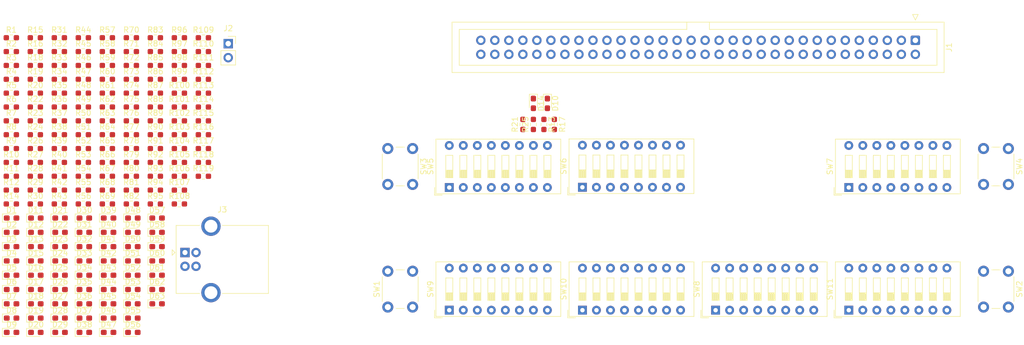
<source format=kicad_pcb>
(kicad_pcb (version 20221018) (generator pcbnew)
  (layers (0 "F.Cu" signal) (31 "B.Cu" signal) (34 "B.Paste" user) (35 "F.Paste" user) (36 "B.SilkS" user "B.Silkscreen") (37 "F.SilkS" user "F.Silkscreen") (38 "B.Mask" user) (39 "F.Mask" user) (44 "Edge.Cuts" user))
  (net 0 "")
  (net 1 "GND")
  (net 2 "Net-(D1-A)")
  (net 3 "Net-(D2-A)")
  (net 4 "Net-(D3-A)")
  (net 5 "+5V")
  (net 6 "/D6")
  (net 7 "/D7")
  (net 8 "/D4")
  (net 9 "/D5")
  (net 10 "/D2")
  (net 11 "/D3")
  (net 12 "/D0")
  (net 13 "/D1")
  (net 14 "/EQUAL_FLAG_A")
  (net 15 "/CARRY_FLAG_A")
  (net 16 "/FLAGS_B_UPDATE")
  (net 17 "/FLAGS_A_UPDATE")
  (net 18 "/EQUAL_FLAG_B")
  (net 19 "/CARRY_FLAG_B")
  (net 20 "/A_LOAD")
  (net 21 "/T_LOAD")
  (net 22 "/ALU_S2")
  (net 23 "/ALU_S3")
  (net 24 "/ALU_S0")
  (net 25 "/ALU_S1")
  (net 26 "/D_LOAD")
  (net 27 "/~{ALU_CIN}")
  (net 28 "/~{ADR_L_OUT}")
  (net 29 "/ALU_M")
  (net 30 "/CLK")
  (net 31 "/~{RESET}")
  (net 32 "/E_LOAD")
  (net 33 "/C_LOAD")
  (net 34 "/SP_L_LOAD")
  (net 35 "/PC_L_LOAD")
  (net 36 "/~{DE_OUT}")
  (net 37 "/B_LOAD")
  (net 38 "/~{BC_OUT}")
  (net 39 "/SP_H_LOAD")
  (net 40 "/~{ADR_H_OUT}")
  (net 41 "/~{A_OUT}")
  (net 42 "/~{T_OUT}")
  (net 43 "/~{ALU_OUT}")
  (net 44 "/~{PC_OUT}")
  (net 45 "/PC_H_LOAD")
  (net 46 "/~{SP_OUT}")
  (net 47 "/A14")
  (net 48 "/A13")
  (net 49 "/A12")
  (net 50 "/A15")
  (net 51 "/A4")
  (net 52 "/A5")
  (net 53 "/A6")
  (net 54 "/A7")
  (net 55 "/A0")
  (net 56 "/A8")
  (net 57 "/A1")
  (net 58 "/A9")
  (net 59 "/A2")
  (net 60 "/A10")
  (net 61 "/A3")
  (net 62 "/A11")
  (net 63 "Net-(D4-A)")
  (net 64 "Net-(D5-A)")
  (net 65 "Net-(D6-A)")
  (net 66 "Net-(D7-A)")
  (net 67 "Net-(D8-A)")
  (net 68 "Net-(D9-A)")
  (net 69 "Net-(D10-A)")
  (net 70 "Net-(D11-A)")
  (net 71 "Net-(D12-A)")
  (net 72 "Net-(D13-A)")
  (net 73 "Net-(D14-A)")
  (net 74 "Net-(D15-A)")
  (net 75 "Net-(D16-A)")
  (net 76 "Net-(D17-A)")
  (net 77 "Net-(D18-A)")
  (net 78 "Net-(D19-A)")
  (net 79 "Net-(D20-A)")
  (net 80 "Net-(D21-A)")
  (net 81 "Net-(D22-A)")
  (net 82 "Net-(D23-A)")
  (net 83 "Net-(D24-A)")
  (net 84 "Net-(D25-A)")
  (net 85 "Net-(D26-A)")
  (net 86 "Net-(D27-A)")
  (net 87 "Net-(D28-A)")
  (net 88 "Net-(D29-A)")
  (net 89 "Net-(D30-A)")
  (net 90 "Net-(D31-A)")
  (net 91 "Net-(D32-A)")
  (net 92 "Net-(D33-A)")
  (net 93 "Net-(D35-A)")
  (net 94 "Net-(D36-A)")
  (net 95 "Net-(D39-A)")
  (net 96 "Net-(D40-A)")
  (net 97 "Net-(D41-A)")
  (net 98 "/~{RAM_OUT}")
  (net 99 "/RAM_LOAD")
  (net 102 "/CONTROL_DISABLE")
  (net 105 "Net-(R11-Pad2)")
  (net 106 "Net-(D34-K)")
  (net 107 "Net-(D37-K)")
  (net 108 "Net-(D38-K)")
  (net 109 "Net-(D42-K)")
  (net 110 "Net-(D43-A)")
  (net 111 "Net-(D44-A)")
  (net 112 "Net-(D45-A)")
  (net 113 "Net-(D46-K)")
  (net 114 "Net-(D47-A)")
  (net 115 "Net-(D48-A)")
  (net 116 "Net-(D49-K)")
  (net 117 "Net-(D50-A)")
  (net 118 "Net-(D51-A)")
  (net 119 "Net-(D52-K)")
  (net 120 "Net-(D53-K)")
  (net 121 "Net-(D54-A)")
  (net 122 "Net-(D55-A)")
  (net 123 "Net-(D56-K)")
  (net 124 "Net-(D57-K)")
  (net 125 "Net-(D58-A)")
  (net 126 "Net-(D59-A)")
  (net 127 "Net-(D60-A)")
  (net 128 "Net-(D61-K)")
  (net 129 "Net-(D62-A)")
  (net 130 "Net-(D63-A)")
  (net 131 "Net-(R10-Pad2)")
  (footprint "LED_SMD:LED_0603_1608Metric_Pad1.05x0.95mm_HandSolder" (layer "F.Cu") (at 45 94.83)
    (fp_text reference "D38")
    (fp_text value "LED")
  )
  (footprint "LED_SMD:LED_0603_1608Metric_Pad1.05x0.95mm_HandSolder" (layer "F.Cu") (at 31.815 87.06)
    (fp_text reference "D6")
    (fp_text value "LED")
  )
  (footprint "Resistor_SMD:R_0603_1608Metric_Pad0.98x0.95mm_HandSolder" (layer "F.Cu") (at 66.57 66.54)
    (fp_text reference "R119")
    (fp_text value "1K")
  )
  (footprint "LED_SMD:LED_0603_1608Metric_Pad1.05x0.95mm_HandSolder" (layer "F.Cu") (at 31.815 84.47)
    (fp_text reference "D5")
    (fp_text value "LED")
  )
  (footprint "Resistor_SMD:R_0603_1608Metric_Pad0.98x0.95mm_HandSolder" (layer "F.Cu") (at 57.87 69.05)
    (fp_text reference "R94")
    (fp_text value "1K")
  )
  (footprint "Resistor_SMD:R_0603_1608Metric_Pad0.98x0.95mm_HandSolder" (layer "F.Cu") (at 62.22 59.01)
    (fp_text reference "R103")
    (fp_text value "1K")
  )
  (footprint "Resistor_SMD:R_0603_1608Metric_Pad0.98x0.95mm_HandSolder" (layer "F.Cu") (at 49.17 69.05)
    (fp_text reference "R68")
    (fp_text value "330R")
  )
  (footprint "Resistor_SMD:R_0603_1608Metric_Pad0.98x0.95mm_HandSolder" (layer "F.Cu") (at 62.22 64.03)
    (fp_text reference "R105")
    (fp_text value "330R")
  )
  (footprint "Resistor_SMD:R_0603_1608Metric_Pad0.98x0.95mm_HandSolder" (layer "F.Cu") (at 36.12 71.56)
    (fp_text reference "R30")
    (fp_text value "330R")
  )
  (footprint "Resistor_SMD:R_0603_1608Metric_Pad0.98x0.95mm_HandSolder" (layer "F.Cu") (at 49.17 61.52)
    (fp_text reference "R65")
    (fp_text value "1K")
  )
  (footprint "LED_SMD:LED_0603_1608Metric_Pad1.05x0.95mm_HandSolder" (layer "F.Cu") (at 36.21 87.06)
    (fp_text reference "D17")
    (fp_text value "LED")
  )
  (footprint "Resistor_SMD:R_0603_1608Metric_Pad0.98x0.95mm_HandSolder" (layer "F.Cu") (at 36.12 61.52)
    (fp_text reference "R26")
    (fp_text value "330R")
  )
  (footprint "Resistor_SMD:R_0603_1608Metric_Pad0.98x0.95mm_HandSolder" (layer "F.Cu") (at 62.22 56.5)
    (fp_text reference "R102")
    (fp_text value "1K")
  )
  (footprint "Resistor_SMD:R_0603_1608Metric_Pad0.98x0.95mm_HandSolder" (layer "F.Cu") (at 66.57 53.99)
    (fp_text reference "R114")
    (fp_text value "330R")
  )
  (footprint "Button_Switch_THT:SW_DIP_SPSTx08_Slide_9.78x22.5mm_W7.62mm_P2.54mm" (layer "F.Cu") (at 111.125 90.805 90)
    (fp_text reference "SW9")
    (fp_text value "SW_DIP_x08")
  )
  (footprint "Resistor_SMD:R_0603_1608Metric_Pad0.98x0.95mm_HandSolder" (layer "F.Cu") (at 44.82 71.56)
    (fp_text reference "R56")
    (fp_text value "330R")
  )
  (footprint "Resistor_SMD:R_0603_1608Metric_Pad0.98x0.95mm_HandSolder" (layer "F.Cu") (at 66.57 56.5)
    (fp_text reference "R115")
    (fp_text value "330R")
  )
  (footprint "Resistor_SMD:R_0603_1608Metric_Pad0.98x0.95mm_HandSolder" (layer "F.Cu") (at 49.17 51.48)
    (fp_text reference "R61")
    (fp_text value "330R")
  )
  (footprint "Resistor_SMD:R_0603_1608Metric_Pad0.98x0.95mm_HandSolder" (layer "F.Cu") (at 66.57 41.44)
    (fp_text reference "R109")
    (fp_text value "1K")
  )
  (footprint "LED_SMD:LED_0603_1608Metric_Pad1.05x0.95mm_HandSolder" (layer "F.Cu") (at 36.21 74.11)
    (fp_text reference "D11")
    (fp_text value "LED")
  )
  (footprint "LED_SMD:LED_0603_1608Metric_Pad1.05x0.95mm_HandSolder" (layer "F.Cu") (at 40.605 76.7)
    (fp_text reference "D22")
    (fp_text value "LED")
  )
  (footprint "LED_SMD:LED_0603_1608Metric_Pad1.05x0.95mm_HandSolder" (layer "F.Cu") (at 49.395 81.88)
    (fp_text reference "D42")
    (fp_text value "LED")
  )
  (footprint "LED_SMD:LED_0603_1608Metric_Pad1.05x0.95mm_HandSolder" (layer "F.Cu") (at 31.815 81.88)
    (fp_text reference "D4")
    (fp_text value "LED")
  )
  (footprint "LED_SMD:LED_0603_1608Metric_Pad1.05x0.95mm_HandSolder" (layer "F.Cu") (at 49.395 76.7)
    (fp_text reference "D40")
    (fp_text value "LED")
  )
  (footprint "Resistor_SMD:R_0603_1608Metric_Pad0.98x0.95mm_HandSolder" (layer "F.Cu") (at 49.17 43.95)
    (fp_text reference "R58")
    (fp_text value "1K")
  )
  (footprint "Button_Switch_THT:SW_DIP_SPSTx08_Slide_9.78x22.5mm_W7.62mm_P2.54mm" (layer "F.Cu") (at 183.515 90.805 90)
    (fp_text reference "SW11")
    (fp_text value "SW_DIP_x08")
  )
  (footprint "Button_Switch_THT:SW_DIP_SPSTx08_Slide_9.78x22.5mm_W7.62mm_P2.54mm" (layer "F.Cu") (at 159.385 90.805 90)
    (fp_text reference "SW8")
    (fp_text value "SW_DIP_x08")
  )
  (footprint "LED_SMD:LED_0603_1608Metric_Pad1.05x0.95mm_HandSolder" (layer "F.Cu") (at 36.21 84.47)
    (fp_text reference "D16")
    (fp_text value "LED")
  )
  (footprint "Resistor_SMD:R_0603_1608Metric_Pad0.98x0.95mm_HandSolder" (layer "F.Cu") (at 53.52 43.95)
    (fp_text reference "R71")
    (fp_text value "330R")
  )
  (footprint "Resistor_SMD:R_0603_1608Metric_Pad0.98x0.95mm_HandSolder" (layer "F.Cu") (at 66.57 51.48)
    (fp_text reference "R113")
    (fp_text value "330R")
  )
  (footprint "Resistor_SMD:R_0603_1608Metric_Pad0.98x0.95mm_HandSolder" (layer "F.Cu") (at 62.22 53.99)
    (fp_text reference "R101")
    (fp_text value "1K")
  )
  (footprint "Resistor_SMD:R_0603_1608Metric_Pad0.98x0.95mm_HandSolder" (layer "F.Cu") (at 31.77 56.5)
    (fp_text reference "R7")
    (fp_text value "330R")
  )
  (footprint "LED_SMD:LED_0603_1608Metric_Pad1.05x0.95mm_HandSolder" (layer "F.Cu") (at 36.21 81.88)
    (fp_text reference "D15")
    (fp_text value "LED")
  )
  (footprint "LED_SMD:LED_0603_1608Metric_Pad1.05x0.95mm_HandSolder" (layer "F.Cu") (at 40.605 79.29)
    (fp_text reference "D23")
    (fp_text value "LED")
  )
  (footprint "Button_Switch_THT:SW_PUSH_6mm" (layer "F.Cu") (at 212.435 83.745 -90)
    (fp_text reference "SW2")
    (fp_text value "SW_Push")
  )
  (footprint "LED_SMD:LED_0603_1608Metric_Pad1.05x0.95mm_HandSolder" (layer "F.Cu") (at 45 92.24)
    (fp_text reference "D37")
    (fp_text value "LED")
  )
  (footprint "LED_SMD:LED_0603_1608Metric_Pad1.05x0.95mm_HandSolder" (layer "F.Cu") (at 49.395 94.83)
    (fp_text reference "D47")
    (fp_text value "LED")
  )
  (footprint "Resistor_SMD:R_0603_1608Metric_Pad0.98x0.95mm_HandSolder" (layer "F.Cu") (at 57.87 61.52)
    (fp_text reference "R91")
    (fp_text value "330R")
  )
  (footprint "Resistor_SMD:R_0603_1608Metric_Pad0.98x0.95mm_HandSolder" (layer "F.Cu") (at 40.47 51.48)
    (fp_text reference "R35")
    (fp_text value "1K")
  )
  (footprint "Resistor_SMD:R_0603_1608Metric_Pad0.98x0.95mm_HandSolder" (layer "F.Cu") (at 40.47 53.99)
    (fp_text reference "R36")
    (fp_text value "330R")
  )
  (footprint "Resistor_SMD:R_0603_1608Metric_Pad0.98x0.95mm_HandSolder" (layer "F.Cu") (at 62.22 51.48)
    (fp_text reference "R100")
    (fp_text value "1K")
  )
  (footprint "Resistor_SMD:R_0603_1608Metric_Pad0.98x0.95mm_HandSolder" (layer "F.Cu") (at 31.77 41.44)
    (fp_text reference "R1")
    (fp_text value "330R")
  )
  (footprint "Resistor_SMD:R_0603_1608Metric_Pad0.98x0.95mm_HandSolder" (layer "F.Cu") (at 66.57 48.97)
    (fp_text reference "R112")
    (fp_text value "330R")
  )
  (footprint "Resistor_SMD:R_0603_1608Metric_Pad0.98x0.95mm_HandSolder" (layer "F.Cu") (at 53.52 56.5)
    (fp_text reference "R76")
    (fp_text value "330R")
  )
  (footprint "Resistor_SMD:R_0603_1608Metric_Pad0.98x0.95mm_HandSolder" (layer "F.Cu") (at 44.82 53.99)
    (fp_text reference "R49")
    (fp_text value "330R")
  )
  (footprint "LED_SMD:LED_0603_1608Metric_Pad1.05x0.95mm_HandSolder" (layer "F.Cu") (at 31.815 89.65)
    (fp_text reference "D7")
    (fp_text value "LED")
  )
  (footprint "LED_SMD:LED_0603_1608Metric_Pad1.05x0.95mm_HandSolder" (layer "F.Cu") (at 53.79 89.65)
    (fp_text reference "D54")
    (fp_text value "LED")
  )
  (footprint "LED_SMD:LED_0603_1608Metric_Pad1.05x0.95mm_HandSolder" (layer "F.Cu") (at 58.185 84.47)
    (fp_text reference "D61")
    (fp_text value "LED")
  )
  (footprint "Resistor_SMD:R_0603_1608Metric_Pad0.98x0.95mm_HandSolder" (layer "F.Cu") (at 40.47 71.56)
    (fp_text reference "R43")
    (fp_text value "330R")
  )
  (footprint "Resistor_SMD:R_0603_1608Metric_Pad0.98x0.95mm_HandSolder" (layer "F.Cu") (at 49.17 46.46)
    (fp_text reference "R59")
    (fp_text value "1K")
  )
  (footprint "Resistor_SMD:R_0603_1608Metric_Pad0.98x0.95mm_HandSolder" (layer "F.Cu") (at 31.77 43.95)
    (fp_text reference "R2")
    (fp_text value "330R")
  )
  (footprint "Resistor_SMD:R_0603_1608Metric_Pad0.98x0.95mm_HandSolder" (layer "F.Cu") (at 44.82 46.46)
    (fp_text reference "R46")
    (fp_text value "1K")
  )
  (footprint "Resistor_SMD:R_0603_1608Metric_Pad0.98x0.95mm_HandSolder" (layer "F.Cu") (at 40.47 69.05)
    (fp_text reference "R42")
    (fp_text value "330R")
  )
  (footprint "Resistor_SMD:R_0603_1608Metric_Pad0.98x0.95mm_HandSolder" (layer "F.Cu") (at 31.77 59.01)
    (fp_text reference "R8")
    (fp_text value "1K")
  )
  (footprint "Button_Switch_THT:SW_PUSH_6mm" (layer "F.Cu") (at 104.485 61.52 -90)
    (fp_text reference "SW3")
    (fp_text value "SW_Push")
  )
  (footprint "LED_SMD:LED_0603_1608Metric_Pad1.05x0.95mm_HandSolder" (layer "F.Cu") (at 45 81.88)
    (fp_text reference "D33")
    (fp_text value "LED")
  )
  (footprint "Resistor_SMD:R_0603_1608Metric_Pad0.98x0.95mm_HandSolder" (layer "F.Cu") (at 62.22 69.05)
    (fp_text reference "R107")
    (fp_text value "330R")
  )
  (footprint "LED_SMD:LED_0603_1608Metric_Pad1.05x0.95mm_HandSolder" (layer "F.Cu") (at 45 79.29)
    (fp_text reference "D32")
    (fp_text value "LED")
  )
  (footprint "LED_SMD:LED_0603_1608Metric_Pad1.05x0.95mm_HandSolder" (layer "F.Cu") (at 36.21 89.65)
    (fp_text reference "D18")
    (fp_text value "LED")
  )
  (footprint "Resistor_SMD:R_0603_1608Metric_Pad0.98x0.95mm_HandSolder" (layer "F.Cu") (at 53.52 61.52)
    (fp_text reference "R78")
    (fp_text value "330R")
  )
  (footprint "Resistor_SMD:R_0603_1608Metric_Pad0.98x0.95mm_HandSolder" (layer "F.Cu") (at 57.87 56.5)
    (fp_text reference "R89")
    (fp_text value "1K")
  )
  (footprint "LED_SMD:LED_0603_1608Metric_Pad1.05x0.95mm_HandSolder" (layer "F.Cu") (at 126.365 53.34 -90)
    (fp_text reference "D14")
    (fp_text value "LED")
  )
  (footprint "LED_SMD:LED_0603_1608Metric_Pad1.05x0.95mm_HandSolder" (layer "F.Cu") (at 45 74.11)
    (fp_text reference "D30")
    (fp_text value "LED")
  )
  (footprint "LED_SMD:LED_0603_1608Metric_Pad1.05x0.95mm_HandSolder" (layer "F.Cu") (at 53.79 74.11)
    (fp_text reference "D48")
    (fp_text value "LED")
  )
  (footprint "Resistor_SMD:R_0603_1608Metric_Pad0.98x0.95mm_HandSolder" (layer "F.Cu") (at 44.82 56.5)
    (fp_text reference "R50")
    (fp_text value "330R")
  )
  (footprint "Resistor_SMD:R_0603_1608Metric_Pad0.98x0.95mm_HandSolder" (layer "F.Cu") (at 44.82 51.48)
    (fp_text reference "R48")
    (fp_text value "330R")
  )
  (footprint "LED_SMD:LED_0603_1608Metric_Pad1.05x0.95mm_HandSolder" (layer "F.Cu") (at 40.605 87.06)
    (fp_text reference "D26")
    (fp_text value "LED")
  )
  (footprint "Resistor_SMD:R_0603_1608Metric_Pad0.98x0.95mm_HandSolder" (layer "F.Cu") (at 126.365 57.15 90)
    (fp_text reference "R25")
    (fp_text value "330R")
  )
  (footprint "Resistor_SMD:R_0603_1608Metric_Pad0.98x0.95mm_HandSolder" (layer "F.Cu") (at 49.17 41.44)
    (fp_text reference "R57")
    (fp_text value "1K")
  )
  (footprint "LED_SMD:LED_0603_1608Metric_Pad1.05x0.95mm_HandSolder" (layer "F.Cu") (at 36.21 79.29)
    (fp_text reference "D13")
    (fp_text value "LED")
  )
  (footprint "Resistor_SMD:R_0603_1608Metric_Pad0.98x0.95mm_HandSolder" (layer "F.Cu") (at 31.77 51.48)
    (fp_text reference "R5")
    (fp_text value "330R")
  )
  (footprint "Resistor_SMD:R_0603_1608Metric_Pad0.98x0.95mm_HandSolder" (layer "F.Cu") (at 62.22 43.95)
    (fp_text reference "R97")
    (fp_text value "330R")
  )
  (footprint "Resistor_SMD:R_0603_1608Metric_Pad0.98x0.95mm_HandSolder" (layer "F.Cu") (at 53.52 69.05)
    (fp_text reference "R81")
    (fp_text value "1K")
  )
  (footprint "LED_SMD:LED_0603_1608Metric_Pad1.05x0.95mm_HandSolder" (layer "F.Cu") (at 40.605 74.11)
    (fp_text reference "D21")
    (fp_text value "LED")
  )
  (footprint "LED_SMD:LED_0603_1608Metric_Pad1.05x0.95mm_HandSolder" (layer "F.Cu") (at 49.395 87.06)
    (fp_text reference "D44")
    (fp_text value "LED")
  )
  (footprint "Resistor_SMD:R_0603_1608Metric_Pad0.98x0.95mm_HandSolder" (layer "F.Cu") (at 36.12 69.05)
    (fp_text reference "R29")
    (fp_text value "1K")
  )
  (footprint "LED_SMD:LED_0603_1608Metric_Pad1.05x0.95mm_HandSolder" (layer "F.Cu") (at 58.185 87.06)
    (fp_text reference "D62")
    (fp_text value "LED")
  )
  (footprint "Resistor_SMD:R_0603_1608Metric_Pad0.98x0.95mm_HandSolder" (layer "F.Cu") (at 31.77 61.52)
    (fp_text reference "R9")
    (fp_text value "330R")
  )
  (footprint "Resistor_SMD:R_0603_1608Metric_Pad0.98x0.95mm_HandSolder" (layer "F.Cu") (at 36.12 48.97)
    (fp_text reference "R19")
    (fp_text value "330R")
  )
  (footprint "Resistor_SMD:R_0603_1608Metric_Pad0.98x0.95mm_HandSolder" (layer "F.Cu") (at 128.27 57.15 -90)
    (fp_text reference "R13")
    (fp_text value "330R")
  )
  (footprint "Resistor_SMD:R_0603_1608Metric_Pad0.98x0.95mm_HandSolder" (layer "F.Cu") (at 62.22 46.46)
    (fp_text reference "R98")
    (fp_text value "330R")
  )
  (footprint "Resistor_SMD:R_0603_1608Metric_Pad0.98x0.95mm_HandSolder" (layer "F.Cu") (at 36.12 64.03)
    (fp_text reference "R27")
    (fp_text value "1K")
  )
  (footprint "Resistor_SMD:R_0603_1608Metric_Pad0.98x0.95mm_HandSolder" (layer "F.Cu") (at 40.47 64.03)
    (fp_text reference "R40")
    (fp_text value "1K")
  )
  (footprint "Button_Switch_THT:SW_PUSH_6mm" (layer "F.Cu") (at 99.985 90.245 90)
    (fp_text reference "SW1")
    (fp_text value "SW_Push")
  )
  (footprint "Resistor_SMD:R_0603_1608Metric_Pad0.98x0.95mm_HandSolder" (layer "F.Cu") (at 40.47 59.01)
    (fp_text reference "R38")
    (fp_text value "330R")
  )
  (footprint "Resistor_SMD:R_0603_1608Metric_Pad0.98x0.95mm_HandSolder" (layer "F.Cu") (at 57.87 46.46)
    (fp_text reference "R85")
    (fp_text value "330R")
  )
  (footprint "LED_SMD:LED_0603_1608Metric_Pad1.05x0.95mm_HandSolder" (layer "F.Cu") (at 40.605 89.65)
    (fp_text reference "D27")
    (fp_text value "LED")
  )
  (footprint "LED_SMD:LED_0603_1608Metric_Pad1.05x0.95mm_HandSolder" (layer "F.Cu") (at 36.21 94.83)
    (fp_text reference "D20")
    (fp_text value "LED")
  )
  (footprint "Resistor_SMD:R_0603_1608Metric_Pad0.98x0.95mm_HandSolder" (layer "F.Cu") (at 31.77 69.05)
    (fp_text reference "R12")
    (fp_text value "330R")
  )
  (footprint "LED_SMD:LED_0603_1608Metric_Pad1.05x0.95mm_HandSolder" (layer "F.Cu") (at 31.815 79.29)
    (fp_text reference "D3")
    (fp_text value "LED")
  )
  (footprint "Resistor_SMD:R_0603_1608Metric_Pad0.98x0.95mm_HandSolder" (layer "F.Cu") (at 31.77 64.03)
    (fp_text reference "R10")
    (fp_text value "330R")
  )
  (footprint "Button_Switch_THT:SW_DIP_SPSTx08_Slide_9.78x22.5mm_W7.62mm_P2.54mm" (layer "F.Cu") (at 135.245 68.5375 90)
    (fp_text reference "SW6")
    (fp_text value "SW_DIP_x08")
  )
  (footprint "Resistor_SMD:R_0603_1608Metric_Pad0.98x0.95mm_HandSolder" (layer "F.Cu") (at 57.87 51.48)
    (fp_text reference "R87")
    (fp_text value "1K")
  )
  (footprint "Resistor_SMD:R_0603_1608Metric_Pad0.98x0.95mm_HandSolder" (layer "F.Cu") (at 62.22 66.54)
    (fp_text reference "R106")
    (fp_text value "330R")
  )
  (footprint "Resistor_SMD:R_0603_1608Metric_Pad0.98x0.95mm_HandSolder" (layer "F.Cu") (at 44.82 66.54)
    (fp_text reference "R54")
    (fp_text value "330R")
  )
  (footprint "Resistor_SMD:R_0603_1608Metric_Pad0.98x0.95mm_HandSolder" (layer "F.Cu") (at 44.82 59.01)
    (fp_text reference "R51")
    (fp_text value "1K")
  )
  (footprint "Connector_IDC:IDC-Header_2x32_P2.54mm_Vertical" (layer "F.Cu") (at 195.58 41.91 -90)
    (fp_text reference "J1")
    (fp_text value "Conn_02x32_Odd_Even")
  )
  (footprint "LED_SMD:LED_0603_1608Metric_Pad1.05x0.95mm_HandSolder" (layer "F.Cu") (at 49.395 74.11)
    (fp_text reference "D39")
    (fp_text value "LED")
  )
  (footprint "LED_SMD:LED_0603_1608Metric_Pad1.05x0.95mm_HandSolder" (layer "F.Cu") (at 31.815 92.24)
    (fp_text reference "D8")
    (fp_text value "LED")
  )
  (footprint "Resistor_SMD:R_0603_1608Metric_Pad0.98x0.95mm_HandSolder" (layer "F.Cu") (at 66.57 64.03)
    (fp_text reference "R118")
    (fp_text value "1K")
  )
  (footprint "Resistor_SMD:R_0603_1608Metric_Pad0.98x0.95mm_HandSolder" (layer "F.Cu") (at 53.52 53.99)
    (fp_text reference "R75")
    (fp_text value "1K")
  )
  (footprint "LED_SMD:LED_0603_1608Metric_Pad1.05x0.95mm_HandSolder" (layer "F.Cu") (at 58.185 89.65)
    (fp_text reference "D63")
    (fp_text value "LED")
  )
  (footprint "Button_Switch_THT:SW_DIP_SPSTx08_Slide_9.78x22.5mm_W7.62mm_P2.54mm" (layer "F.Cu") (at 135.255 90.805 90)
    (fp_text reference "SW10")
    (fp_text value "SW_DIP_x08")
  )
  (footprint "Resistor_SMD:R_0603_1608Metric_Pad0.98x0.95mm_HandSolder" (layer "F.Cu") (at 40.47 41.44)
    (fp_text reference "R31")
    (fp_text value "330R")
  )
  (footprint "Button_Switch_THT:SW_DIP_SPSTx08_Slide_9.78x22.5mm_W7.62mm_P2.54mm" (layer "F.Cu") (at 111.125 68.58 90)
    (fp_text reference "SW5")
    (fp_text value "SW_DIP_x08")
  )
  (footprint "Resistor_SMD:R_0603_1608Metric_Pad0.98x0.95mm_HandSolder" (layer "F.Cu") (at 57.87 64.03)
    (fp_text reference "R92")
    (fp_text value "330R")
  )
  (footprint "Resistor_SMD:R_0603_1608Metric_Pad0.98x0.95mm_HandSolder" (layer "F.Cu") (at 31.77 66.54)
    (fp_text reference "R11")
    (fp_text value "330R")
  )
  (footprint "Resistor_SMD:R_0603_1608Metric_Pad0.98x0.95mm_HandSolder" (layer "F.Cu") (at 40.47 43.95)
    (fp_text reference "R32")
    (fp_text value "330R")
  )
  (footprint "LED_SMD:LED_0603_1608Metric_Pad1.05x0.95mm_HandSolder" (layer "F.Cu") (at 45 87.06)
    (fp_text reference "D35")
    (fp_text value "LED")
  )
  (footprint "Resistor_SMD:R_0603_1608Metric_Pad0.98x0.95mm_HandSolder" (layer "F.Cu") (at 36.12 53.99)
    (fp_text reference "R22")
    (fp_text value "1K")
  )
  (footprint "LED_SMD:LED_0603_1608Metric_Pad1.05x0.95mm_HandSolder" (layer "F.Cu") (at 40.605 92.24)
    (fp_text reference "D28")
    (fp_text value "LED")
  )
  (footprint "LED_SMD:LED_0603_1608Metric_Pad1.05x0.95mm_HandSolder" (layer "F.Cu") (at 128.905 53.34 -90)
    (fp_text reference "D10")
    (fp_text value "LED")
  )
  (footprint "LED_SMD:LED_0603_1608Metric_Pad1.05x0.95mm_HandSolder" (layer "F.Cu") (at 58.185 76.7)
    (fp_text reference "D58")
    (fp_text value "LED")
  )
  (footprint "Resistor_SMD:R_0603_1608Metric_Pad0.98x0.95mm_HandSolder" (layer "F.Cu") (at 31.77 48.97)
    (fp_text reference "R4")
    (fp_text value "330R")
  )
  (footprint "LED_SMD:LED_0603_1608Metric_Pad1.05x0.95mm_HandSolder" (layer "F.Cu") (at 31.815 76.7)
    (fp_text reference "D2")
    (fp_text value "LED")
  )
  (footprint "Resistor_SMD:R_0603_1608Metric_Pad0.98x0.95mm_HandSolder" (layer "F.Cu") (at 53.52 48.97)
    (fp_text reference "R73")
    (fp_text value "1K")
  )
  (footprint "LED_SMD:LED_0603_1608Metric_Pad1.05x0.95mm_HandSolder" (layer "F.Cu") (at 53.79 92.24)
    (fp_text reference "D55")
    (fp_text value "LED")
  )
  (footprint "Resistor_SMD:R_0603_1608Metric_Pad0.98x0.95mm_HandSolder" (layer "F.Cu") (at 49.17 48.97)
    (fp_text reference "R60")
    (fp_text value "330R")
  )
  (footprint "LED_SMD:LED_0603_1608Metric_Pad1.05x0.95mm_HandSolder" (layer "F.Cu") (at 53.79 79.29)
    (fp_text reference "D50")
    (fp_text value "LED")
  )
  (footprint "Resistor_SMD:R_0603_1608Metric_Pad0.98x0.95mm_HandSolder" (layer "F.Cu") (at 36.12 43.95)
    (fp_text reference "R16")
    (fp_text value "1K")
  )
  (footprint "Resistor_SMD:R_0603_1608Metric_Pad0.98x0.95mm_HandSolder" (layer "F.Cu") (at 62.22 48.97)
    (fp_text reference "R99")
    (fp_text value "330R")
  )
  (footprint "LED_SMD:LED_0603_1608Metric_Pad1.05x0.95mm_HandSolder" (layer "F.Cu") (at 49.395 84.47)
    (fp_text reference "D43")
    (fp_text value "LED")
  )
  (footprint "Resistor_SMD:R_0603_1608Metric_Pad0.98x0.95mm_HandSolder" (layer "F.Cu") (at 62.22 41.44)
    (fp_text reference "R96")
    (fp_text value "330R")
  )
  (footprint "Resistor_SMD:R_0603_1608Metric_Pad0.98x0.95mm_HandSolder" (layer "F.Cu") (at 40.47 48.97)
    (fp_text reference "R34")
    (fp_text value "1K")
  )
  (footprint "Resistor_SMD:R_0603_1608Metric_Pad0.98x0.95mm_HandSolder" (layer "F.Cu") (at 49.17 56.5)
    (fp_text reference "R63")
    (fp_text value "330R")
  )
  (footprint "LED_SMD:LED_0603_1608Metric_Pad1.05x0.95mm_HandSolder" (layer "F.Cu") (at 36.21 92.24)
    (fp_text reference "D19")
    (fp_text value "LED")
  )
  (footprint "LED_SMD:LED_0603_1608Metric_Pad1.05x0.95mm_HandSolder" (layer "F.Cu") (at 53.79 84.47)
    (fp_text reference "D52")
    (fp_text value "LED")
  )
  (footprint "Resistor_SMD:R_0603_1608Metric_Pad0.98x0.95mm_HandSolder" (layer "F.Cu") (at 31.77 71.56)
    (fp_text reference "R14")
    (fp_text value "330R")
  )
  (footprint "LED_SMD:LED_0603_1608Metric_Pad1.05x0.95mm_HandSolder" (layer "F.Cu") (at 53.79 76.7)
    (fp_text reference "D49")
    (fp_text value "LED")
  )
  (footprint "Resistor_SMD:R_0603_1608Metric_Pad0.98x0.95mm_HandSolder" (layer "F.Cu") (at 57.87 48.97)
    (fp_text reference "R86")
    (fp_text value "330R")
  )
  (footprint "Resistor_SMD:R_0603_1608Metric_Pad0.98x0.95mm_HandSolder" (layer "F.Cu") (at 40.47 56.5)
    (fp_text reference "R37")
    (fp_text value "330R")
  )
  (footprint "Resistor_SMD:R_0603_1608Metric_Pad0.98x0.95mm_HandSolder" (layer "F.Cu") (at 62.22 61.52)
    (fp_text reference "R104")
    (fp_text value "330R")
  )
  (footprint "Resistor_SMD:R_0603_1608Metric_Pad0.98x0.95mm_HandSolder" (layer "F.Cu") (at 53.52 66.54)
    (fp_text reference "R80")
    (fp_text value "1K")
  )
  (footprint "Resistor_SMD:R_0603_1608Metric_Pad0.98x0.95mm_HandSolder" (layer "F.Cu") (at 40.47 46.46)
    (fp_text reference "R33")
    (fp_text value "1K")
  )
  (footprint "Resistor_SMD:R_0603_1608Metric_Pad0.98x0.95mm_HandSolder" (layer "F.Cu") (at 36.12 56.5)
    (fp_text reference "R23")
    (fp_text value "1K")
  )
  (footprint "Resistor_SMD:R_0603_1608Metric_Pad0.98x0.95mm_HandSolder" (layer "F.Cu") (at 66.57 46.46)
    (fp_text reference "R111")
    (fp_text value "1K")
  )
  (footprint "LED_SMD:LED_0603_1608Metric_Pad1.05x0.95mm_HandSolder" (layer "F.Cu") (at 58.185 79.29)
    (fp_text reference "D59")
    (fp_text value "LED")
  )
  (footprint "Connector_USB:USB_B_OST_USB-B1HSxx_Horizontal" (layer "F.Cu") (at 63.235 80.36)
    (fp_text reference "J3")
    (fp_text value "USB_B")
  )
  (footprint "Resistor_SMD:R_0603_1608Metric_Pad0.98x0.95mm_HandSolder" (layer "F.Cu") (at 53.52 51.48)
    (fp_text reference "R74")
    (fp_text value "1K")
  )
  (footprint "Resistor_SMD:R_0603_1608Metric_Pad0.98x0.95mm_HandSolder" (layer "F.Cu") (at 66.57 43.95)
    (fp_text reference "R110")
    (fp_text value "1K")
  )
  (footprint "LED_SMD:LED_0603_1608Metric_Pad1.05x0.95mm_HandSolder" (layer "F.Cu") (at 40.605 84.47)
    (fp_text reference "D25")
    (fp_text value "LED")
  )
  (footprint "LED_SMD:LED_0603_1608Metric_Pad1.05x0.95mm_HandSolder" (layer "F.Cu") (at 36.21 76.7)
    (fp_text reference "D12")
    (fp_text value "LED")
  )
  (footprint "Resistor_SMD:R_0603_1608Metric_Pad0.98x0.95mm_HandSolder" (layer "F.Cu") (at 44.82 61.52)
    (fp_text reference "R52")
    (fp_text value "1K")
  )
  (footprint "Resistor_SMD:R_0603_1608Metric_Pad0.98x0.95mm_HandSolder" (layer "F.Cu") (at 66.57 59.01)
    (fp_text reference "R116")
    (fp_text value "1K")
  )
  (footprint "LED_SMD:LED_0603_1608Metric_Pad1.05x0.95mm_HandSolder" (layer "F.Cu") (at 58.185 74.11)
    (fp_text reference "D57")
    (fp_text value "LED")
  )
  (footprint "Resistor_SMD:R_0603_1608Metric_Pad0.98x0.95mm_HandSolder" (layer "F.Cu") (at 44.82 41.44)
    (fp_text reference "R44")
    (fp_text value "330R")
  )
  (footprint "LED_SMD:LED_0603_1608Metric_Pad1.05x0.95mm_HandSolder" (layer "F.Cu") (at 45 89.65)
    (fp_text reference "D36")
    (fp_text value "LED")
  )
  (footprint "Button_Switch_THT:SW_PUSH_6mm" (layer "F.Cu") (at 212.435 61.52 -90)
    (fp_text reference "SW4")
    (fp_text value "SW_Push")
  )
  (footprint "Resistor_SMD:R_0603_1608Metric_Pad0.98x0.95mm_HandSolder" (layer "F.Cu") (at 31.77 46.46)
    (fp_text reference "R3")
    (fp_text value "1K")
  )
  (footprint "Resistor_SMD:R_0603_1608Metric_Pad0.98x0.95mm_HandSolder" (layer "F.Cu") (at 44.82 48.97)
    (fp_text reference "R47")
    (fp_text value "1K")
  )
  (footprint "LED_SMD:LED_0603_1608Metric_Pad1.05x0.95mm_HandSolder" (layer "F.Cu") (at 45 84.47)
    (fp_text reference "D34")
    (fp_text value "LED")
  )
  (footprint "Resistor_SMD:R_0603_1608Metric_Pad0.98x0.95mm_HandSolder" (layer "F.Cu") (at 53.52 71.56)
    (fp_text reference "R82")
    (fp_text value "1K")
  )
  (footprint "Resistor_SMD:R_0603_1608Metric_Pad0.98x0.95mm_HandSolder" (layer "F.Cu") (at 53.52 64.03)
    (fp_text reference "R79")
    (fp_text value "330R")
  )
  (footprint "Resistor_SMD:R_0603_1608Metric_Pad0.98x0.95mm_HandSolder" (layer "F.Cu") (at 44.82 69.05)
    (fp_text reference "R55")
    (fp_text value "330R")
  )
  (footprint "LED_SMD:LED_0603_1608Metric_Pad1.05x0.95mm_HandSolder" (layer "F.Cu") (at 53.79 81.88)
    (fp_text reference "D51")
    (fp_text value "LED")
  )
  (footprint "LED_SMD:LED_0603_1608Metric_Pad1.05x0.95mm_HandSolder" (layer "F.Cu") (at 53.79 94.83)
    (fp_text reference "D56")
    (fp_text value "LED")
  )
  (footprint "LED_SMD:LED_0603_1608Metric_Pad1.05x0.95mm_HandSolder" (layer "F.Cu") (at 40.605 94.83)
    (fp_text reference "D29")
    (fp_text value "LED")
  )
  (footprint "Resistor_SMD:R_0603_1608Metric_Pad0.98x0.95mm_HandSolder" (layer "F.Cu") (at 53.52 59.01)
    (fp_text reference "R77")
    (fp_text value "330R")
  )
  (footprint "Resistor_SMD:R_0603_1608Metric_Pad0.98x0.95mm_HandSolder" (layer "F.Cu") (at 36.12 46.46)
    (fp_text reference "R18")
    (fp_text value "330R")
  )
  (footprint "Resistor_SMD:R_0603_1608Metric_Pad0.98x0.95mm_HandSolder" (layer "F.Cu") (at 66.57 61.52)
    (fp_text reference "R117")
    (fp_text value "1K")
  )
  (footprint "Resistor_SMD:R_0603_1608Metric_Pad0.98x0.95mm_HandSolder" (layer "F.Cu") (at 57.87 43.95)
    (fp_text reference "R84")
    (fp_text value "330R")
  )
  (footprint "Resistor_SMD:R_0603_1608Metric_Pad0.98x0.95mm_HandSolder" (layer "F.Cu") (at 57.87 59.01)
    (fp_text reference "R90")
    (fp_text value "330R")
  )
  (footprint "Resistor_SMD:R_0603_1608Metric_Pad0.98x0.95mm_HandSolder" (layer "F.Cu") (at 57.87 66.54)
    (fp_text reference "R93")
    (fp_text value "1K")
  )
  (footprint "Resistor_SMD:R_0603_1608Metric_Pad0.98x0.95mm_HandSolder" (layer "F.Cu") (at 49.17 71.56)
    (fp_text reference "R69")
    (fp_text value "330R")
  )
  (footprint "Resistor_SMD:R_0603_1608Metric_Pad0.98x0.95mm_HandSolder" (layer "F.Cu") (at 124.46 57.15 90)
    (fp_text reference "R21")
    (fp_text value "1K")
  )
  (footprint "Resistor_SMD:R_0603_1608Metric_Pad0.98x0.95mm_HandSolder" (layer "F.Cu") (at 49.17 53.99)
    (fp_text reference "R62")
    (fp_text value "330R")
  )
  (footprint "LED_SMD:LED_0603_1608Metric_Pad1.05x0.95mm_HandSolder" (layer "F.Cu") (at 40.605 81.88)
    (fp_text reference "D24")
    (fp_text value "LED")
  )
  (footprint "Resistor_SMD:R_0603_1608Metric_Pad0.98x0.95mm_HandSolder" (layer "F.Cu") (at 57.87 71.56)
    (fp_text reference "R95")
    (fp_text value "1K")
  )
  (footprint "Resistor_SMD:R_0603_1608Metric_Pad0.98x0.95mm_HandSolder" (layer "F.Cu") (at 36.12 41.44)
    (fp_text reference "R15")
    (fp_text value "1K")
  )
  (footprint "LED_SMD:LED_0603_1608Metric_Pad1.05x0.95mm_HandSolder" (layer "F.Cu") (at 49.395 79.29)
    (fp_text reference "D41")
    (fp_text value "LED")
  )
  (footprint "Resistor_SMD:R_0603_1608Metric_Pad0.98x0.95mm_HandSolder" (layer "F.Cu") (at 49.17 66.54)
    (fp_text reference "R67")
    (fp_text value "1K")
  )
  (footprint "Resistor_SMD:R_0603_1608Metric_Pad0.98x0.95mm_HandSolder" (layer "F.Cu") (at 49.17 59.01)
    (fp_text reference "R64")
    (fp_text value "1K")
  )
  (footprint "Resistor_SMD:R_0603_1608Metric_Pad0.98x0.95mm_HandSolder" (layer "F.Cu") (at 40.47 66.54)
    (fp_text reference "R41")
    (fp_text value "1K")
  )
  (footprint "LED_SMD:LED_0603_1608Metric_Pad1.05x0.95mm_HandSolder" (layer "F.Cu") (at 53.79 87.06)
    (fp_text reference "D53")
    (fp_text value "LED")
  )
  (footprint "Resistor_SMD:R_0603_1608Metric_Pad0.98x0.95mm_HandSolder" (layer "F.Cu") (at 57.87 41.44)
    (fp_text reference "R83")
    (fp_text value "1K")
  )
  (footprint "LED_SMD:LED_0603_1608Metric_Pad1.05x0.95mm_HandSolder" (layer "F.Cu") (at 31.815 74.11)
    (fp_text reference "D1")
    (fp_text value "LED")
  )
  (footprint "Resistor_SMD:R_0603_1608Metric_Pad0.98x0.95mm_HandSolder" (layer "F.Cu") (at 36.12 51.48)
    (fp_text reference "R20")
    (fp_text value "330R")
  )
  (footprint "Button_Switch_THT:SW_DIP_SPSTx08_Slide_9.78x22.5mm_W7.62mm_P2.54mm" (layer "F.Cu") (at 183.515 68.58 90)
    (fp_text reference "SW7")
    (fp_text value "SW_DIP_x08")
  )
  (footprint "Resistor_SMD:R_0603_1608Metric_Pad0.98x0.95mm_HandSolder" (layer "F.Cu") (at 49.17 64.03)
    (fp_text reference "R66")
    (fp_text value "1K")
  )
  (footprint "Resistor_SMD:R_0603_1608Metric_Pad0.98x0.95mm_HandSolder" (layer "F.Cu") (at 31.77 53.99)
    (fp_text reference "R6")
    (fp_text value "330R")
  )
  (footprint "LED_SMD:LED_0603_1608Metric_Pad1.05x0.95mm_HandSolder" (layer "F.Cu") (at 58.185 81.88)
    (fp_text reference "D60")
    (fp_text value "LED")
  )
  (footprint "Resistor_SMD:R_0603_1608Metric_Pad0.98x0.95mm_HandSolder" (layer "F.Cu") (at 36.12 66.54)
    (fp_text reference "R28")
    (fp_text value "1K")
  )
  (footprint "Resistor_SMD:R_0603_1608Metric_Pad0.98x0.95mm_HandSolder" (layer "F.Cu") (at 44.82 64.03)
    (fp_text reference "R53")
    (fp_text value "1K")
  )
  (footprint "Resistor_SMD:R_0603_1608Metric_Pad0.98x0.95mm_HandSolder" (layer "F.Cu") (at 53.52 41.44)
    (fp_text reference "R70")
    (fp_text value "330R")
  )
  (footprint "Resistor_SMD:R_0603_1608Metric_Pad0.98x0.95mm_HandSolder" (layer "F.Cu") (at 130.175 57.15 -90)
    (fp_text reference "R17")
    (fp_text value "1K")
  )
  (footprint "Resistor_SMD:R_0603_1608Metric_Pad0.98x0.95mm_HandSolder" (layer "F.Cu") (at 57.87 53.99)
    (fp_text reference "R88")
    (fp_text value "1K")
  )
  (footprint "LED_SMD:LED_0603_1608Metric_Pad1.05x0.95mm_HandSolder" (layer "F.Cu") (at 45 76.7)
    (fp_text reference "D31")
    (fp_text value "LED")
  )
  (footprint "Resistor_SMD:R_0603_1608Metric_Pad0.98x0.95mm_HandSolder" (layer "F.Cu") (at 53.52 46.46)
    (fp_text reference "R72")
    (fp_text value "1K")
  )
  (footprint "Connector_PinSocket_2.54mm:PinSocket_1x02_P2.54mm_Vertical" (layer "F.Cu") (at 71.07 42.51)
    (fp_text reference "J2")
    (fp_text value "Conn_01x02")
  )
  (footprint "LED_SMD:LED_0603_1608Metric_Pad1.05x0.95mm_HandSolder" (layer "F.Cu") (at 31.815 94.83)
    (fp_text reference "D9")
    (fp_text value "LED")
  )
  (footprint "LED_SMD:LED_0603_1608Metric_Pad1.05x0.95mm_HandSolder" (layer "F.Cu") (at 49.395 89.65)
    (fp_text reference "D45")
    (fp_text value "LED")
  )
  (footprint "Resistor_SMD:R_0603_1608Metric_Pad0.98x0.95mm_HandSolder" (layer "F.Cu") (at 62.22 71.56)
    (fp_text reference "R108")
    (fp_text value "1K")
  )
  (footprint "LED_SMD:LED_0603_1608Metric_Pad1.05x0.95mm_HandSolder" (layer "F.Cu") (at 49.395 92.24)
    (fp_text reference "D46")
    (fp_text value "LED")
  )
  (footprint "Resistor_SMD:R_0603_1608Metric_Pad0.98x0.95mm_HandSolder" (layer "F.Cu") (at 44.82 43.95)
    (fp_text reference "R45")
    (fp_text value "1K")
  )
  (footprint "Resistor_SMD:R_0603_1608Metric_Pad0.98x0.95mm_HandSolder" (layer "F.Cu") (at 40.47 61.52)
    (fp_text reference "R39")
    (fp_text value "1K")
  )
  (footprint "Resistor_SMD:R_0603_1608Metric_Pad0.98x0.95mm_HandSolder" (layer "F.Cu") (at 36.12 59.01)
    (fp_text reference "R24")
    (fp_text value "330R")
  )
)
</source>
